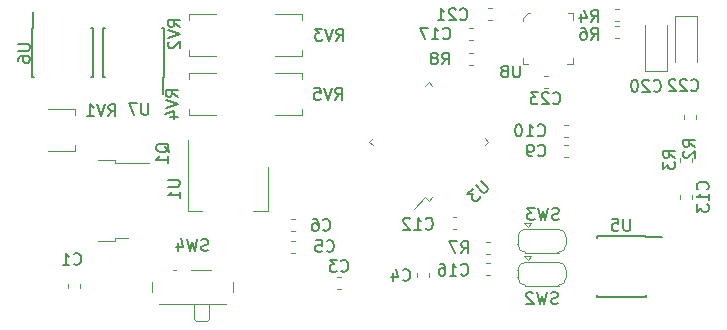
<source format=gbr>
G04 #@! TF.GenerationSoftware,KiCad,Pcbnew,5.1.0*
G04 #@! TF.CreationDate,2019-04-01T22:05:57-06:00*
G04 #@! TF.ProjectId,minisumo-FreeRTOS,6d696e69-7375-46d6-9f2d-467265655254,rev?*
G04 #@! TF.SameCoordinates,Original*
G04 #@! TF.FileFunction,Legend,Bot*
G04 #@! TF.FilePolarity,Positive*
%FSLAX46Y46*%
G04 Gerber Fmt 4.6, Leading zero omitted, Abs format (unit mm)*
G04 Created by KiCad (PCBNEW 5.1.0) date 2019-04-01 22:05:57*
%MOMM*%
%LPD*%
G04 APERTURE LIST*
%ADD10C,0.120000*%
%ADD11C,0.100000*%
%ADD12C,0.150000*%
G04 APERTURE END LIST*
D10*
X167335000Y-100837779D02*
X167335000Y-100512221D01*
X166315000Y-100837779D02*
X166315000Y-100512221D01*
X160787221Y-86240000D02*
X161112779Y-86240000D01*
X160787221Y-87260000D02*
X161112779Y-87260000D01*
X160799721Y-84740000D02*
X161125279Y-84740000D01*
X160799721Y-85760000D02*
X161125279Y-85760000D01*
X155087779Y-91435000D02*
X154762221Y-91435000D01*
X155087779Y-90415000D02*
X154762221Y-90415000D01*
X167735000Y-85390000D02*
X167735000Y-89300000D01*
X165865000Y-85390000D02*
X167735000Y-85390000D01*
X165865000Y-89300000D02*
X165865000Y-85390000D01*
X150387779Y-85735000D02*
X150062221Y-85735000D01*
X150387779Y-84715000D02*
X150062221Y-84715000D01*
X163315000Y-90060000D02*
X163315000Y-86150000D01*
X165185000Y-90060000D02*
X163315000Y-90060000D01*
X165185000Y-86150000D02*
X165185000Y-90060000D01*
D11*
X152975000Y-89400000D02*
X153375000Y-89400000D01*
X152975000Y-88925000D02*
X152975000Y-89400000D01*
X157225000Y-89400000D02*
X157225000Y-88900000D01*
X156725000Y-89400000D02*
X157225000Y-89400000D01*
X157225000Y-85150000D02*
X156775000Y-85150000D01*
X157225000Y-85750000D02*
X157225000Y-85150000D01*
X153375000Y-85150000D02*
X153600000Y-85150000D01*
X152975000Y-85575000D02*
X153375000Y-85150000D01*
X152975000Y-85800000D02*
X152975000Y-85575000D01*
D10*
X114490000Y-108049721D02*
X114490000Y-108375279D01*
X115510000Y-108049721D02*
X115510000Y-108375279D01*
X137575279Y-107490000D02*
X137249721Y-107490000D01*
X137575279Y-108510000D02*
X137249721Y-108510000D01*
X145010000Y-107462779D02*
X145010000Y-107137221D01*
X143990000Y-107462779D02*
X143990000Y-107137221D01*
X133337221Y-104390000D02*
X133662779Y-104390000D01*
X133337221Y-105410000D02*
X133662779Y-105410000D01*
X133337221Y-103610000D02*
X133662779Y-103610000D01*
X133337221Y-102590000D02*
X133662779Y-102590000D01*
X156437221Y-97310000D02*
X156762779Y-97310000D01*
X156437221Y-96290000D02*
X156762779Y-96290000D01*
X156449721Y-94590000D02*
X156775279Y-94590000D01*
X156449721Y-95610000D02*
X156775279Y-95610000D01*
X147024721Y-102390000D02*
X147350279Y-102390000D01*
X147024721Y-103410000D02*
X147350279Y-103410000D01*
X150162779Y-107310000D02*
X149837221Y-107310000D01*
X150162779Y-106290000D02*
X149837221Y-106290000D01*
X148725279Y-87385000D02*
X148399721Y-87385000D01*
X148725279Y-86365000D02*
X148399721Y-86365000D01*
X116970000Y-97550000D02*
X118470000Y-97550000D01*
X118470000Y-97550000D02*
X118470000Y-97820000D01*
X118470000Y-97820000D02*
X121300000Y-97820000D01*
X116970000Y-104450000D02*
X118470000Y-104450000D01*
X118470000Y-104450000D02*
X118470000Y-104180000D01*
X118470000Y-104180000D02*
X119570000Y-104180000D01*
X166590000Y-94062779D02*
X166590000Y-93737221D01*
X167610000Y-94062779D02*
X167610000Y-93737221D01*
X167335000Y-97374721D02*
X167335000Y-97700279D01*
X166315000Y-97374721D02*
X166315000Y-97700279D01*
X149837221Y-104490000D02*
X150162779Y-104490000D01*
X149837221Y-105510000D02*
X150162779Y-105510000D01*
X148762779Y-88490000D02*
X148437221Y-88490000D01*
X148762779Y-89510000D02*
X148437221Y-89510000D01*
X123600000Y-106880000D02*
X123400000Y-106880000D01*
X126400000Y-111020000D02*
X126200000Y-111230000D01*
X125100000Y-111020000D02*
X125300000Y-111230000D01*
X126400000Y-109730000D02*
X126400000Y-111020000D01*
X126200000Y-111230000D02*
X125300000Y-111230000D01*
X125100000Y-111020000D02*
X125100000Y-109730000D01*
X127850000Y-109730000D02*
X122150000Y-109730000D01*
X126600000Y-106880000D02*
X124900000Y-106880000D01*
X128450000Y-107930000D02*
X128450000Y-108720000D01*
X121550000Y-108720000D02*
X121550000Y-107930000D01*
X131410000Y-101910000D02*
X130150000Y-101910000D01*
X124590000Y-101910000D02*
X125850000Y-101910000D01*
X131410000Y-98150000D02*
X131410000Y-101910000D01*
X124590000Y-95900000D02*
X124590000Y-101910000D01*
X150034600Y-96000000D02*
X149737615Y-95703015D01*
X145000000Y-90965400D02*
X145296985Y-91262385D01*
X139965400Y-96000000D02*
X140262385Y-96296985D01*
X145000000Y-101034600D02*
X145296985Y-100737615D01*
X145000000Y-90965400D02*
X144703015Y-91262385D01*
X150034600Y-96000000D02*
X149737615Y-96296985D01*
X144703015Y-100737615D02*
X143727208Y-101713423D01*
X145000000Y-101034600D02*
X144703015Y-100737615D01*
X139965400Y-96000000D02*
X140262385Y-95703015D01*
D12*
X163375000Y-104020000D02*
X163375000Y-104070000D01*
X159225000Y-104020000D02*
X159225000Y-104165000D01*
X159225000Y-109170000D02*
X159225000Y-109025000D01*
X163375000Y-109170000D02*
X163375000Y-109025000D01*
X163375000Y-104020000D02*
X159225000Y-104020000D01*
X163375000Y-109170000D02*
X159225000Y-109170000D01*
X163375000Y-104070000D02*
X164775000Y-104070000D01*
D10*
X153400000Y-106000000D02*
X153700000Y-105700000D01*
X153100000Y-105700000D02*
X153700000Y-105700000D01*
X153400000Y-106000000D02*
X153100000Y-105700000D01*
X152550000Y-106900000D02*
X152550000Y-107500000D01*
X156000000Y-106200000D02*
X153200000Y-106200000D01*
X156650000Y-107500000D02*
X156650000Y-106900000D01*
X153200000Y-108200000D02*
X156000000Y-108200000D01*
X155950000Y-108200000D02*
G75*
G03X156650000Y-107500000I0J700000D01*
G01*
X156650000Y-106900000D02*
G75*
G03X155950000Y-106200000I-700000J0D01*
G01*
X153250000Y-106200000D02*
G75*
G03X152550000Y-106900000I0J-700000D01*
G01*
X152550000Y-107500000D02*
G75*
G03X153250000Y-108200000I700000J0D01*
G01*
X152550000Y-104700000D02*
G75*
G03X153250000Y-105400000I700000J0D01*
G01*
X153250000Y-103400000D02*
G75*
G03X152550000Y-104100000I0J-700000D01*
G01*
X156650000Y-104100000D02*
G75*
G03X155950000Y-103400000I-700000J0D01*
G01*
X155950000Y-105400000D02*
G75*
G03X156650000Y-104700000I0J700000D01*
G01*
X153200000Y-105400000D02*
X156000000Y-105400000D01*
X156650000Y-104700000D02*
X156650000Y-104100000D01*
X156000000Y-103400000D02*
X153200000Y-103400000D01*
X152550000Y-104100000D02*
X152550000Y-104700000D01*
X153400000Y-103200000D02*
X153100000Y-102900000D01*
X153100000Y-102900000D02*
X153700000Y-102900000D01*
X153400000Y-103200000D02*
X153700000Y-102900000D01*
X115050000Y-93220000D02*
X112770000Y-93220000D01*
X115050000Y-93730000D02*
X115050000Y-93220000D01*
X115050000Y-96780000D02*
X115050000Y-96270000D01*
X112770000Y-96780000D02*
X115050000Y-96780000D01*
X124750000Y-88780000D02*
X127030000Y-88780000D01*
X124750000Y-88270000D02*
X124750000Y-88780000D01*
X124750000Y-85220000D02*
X124750000Y-85730000D01*
X127030000Y-85220000D02*
X124750000Y-85220000D01*
X134250000Y-85220000D02*
X131970000Y-85220000D01*
X134250000Y-85730000D02*
X134250000Y-85220000D01*
X134250000Y-88780000D02*
X134250000Y-88270000D01*
X131970000Y-88780000D02*
X134250000Y-88780000D01*
X127030000Y-90220000D02*
X124750000Y-90220000D01*
X124750000Y-90220000D02*
X124750000Y-90730000D01*
X124750000Y-93270000D02*
X124750000Y-93780000D01*
X124750000Y-93780000D02*
X127030000Y-93780000D01*
X131970000Y-93780000D02*
X134250000Y-93780000D01*
X134250000Y-93780000D02*
X134250000Y-93270000D01*
X134250000Y-90730000D02*
X134250000Y-90220000D01*
X134250000Y-90220000D02*
X131970000Y-90220000D01*
D12*
X111475000Y-86425000D02*
X111475000Y-85025000D01*
X116575000Y-86425000D02*
X116575000Y-90575000D01*
X111425000Y-86425000D02*
X111425000Y-90575000D01*
X116575000Y-86425000D02*
X116430000Y-86425000D01*
X116575000Y-90575000D02*
X116430000Y-90575000D01*
X111425000Y-90575000D02*
X111570000Y-90575000D01*
X111425000Y-86425000D02*
X111475000Y-86425000D01*
X122575000Y-90575000D02*
X122525000Y-90575000D01*
X122575000Y-86425000D02*
X122430000Y-86425000D01*
X117425000Y-86425000D02*
X117570000Y-86425000D01*
X117425000Y-90575000D02*
X117570000Y-90575000D01*
X122575000Y-90575000D02*
X122575000Y-86425000D01*
X117425000Y-90575000D02*
X117425000Y-86425000D01*
X122525000Y-90575000D02*
X122525000Y-91975000D01*
X168612142Y-100032142D02*
X168659761Y-99984523D01*
X168707380Y-99841666D01*
X168707380Y-99746428D01*
X168659761Y-99603571D01*
X168564523Y-99508333D01*
X168469285Y-99460714D01*
X168278809Y-99413095D01*
X168135952Y-99413095D01*
X167945476Y-99460714D01*
X167850238Y-99508333D01*
X167755000Y-99603571D01*
X167707380Y-99746428D01*
X167707380Y-99841666D01*
X167755000Y-99984523D01*
X167802619Y-100032142D01*
X168707380Y-100984523D02*
X168707380Y-100413095D01*
X168707380Y-100698809D02*
X167707380Y-100698809D01*
X167850238Y-100603571D01*
X167945476Y-100508333D01*
X167993095Y-100413095D01*
X167707380Y-101317857D02*
X167707380Y-101936904D01*
X168088333Y-101603571D01*
X168088333Y-101746428D01*
X168135952Y-101841666D01*
X168183571Y-101889285D01*
X168278809Y-101936904D01*
X168516904Y-101936904D01*
X168612142Y-101889285D01*
X168659761Y-101841666D01*
X168707380Y-101746428D01*
X168707380Y-101460714D01*
X168659761Y-101365476D01*
X168612142Y-101317857D01*
X158766666Y-87377380D02*
X159100000Y-86901190D01*
X159338095Y-87377380D02*
X159338095Y-86377380D01*
X158957142Y-86377380D01*
X158861904Y-86425000D01*
X158814285Y-86472619D01*
X158766666Y-86567857D01*
X158766666Y-86710714D01*
X158814285Y-86805952D01*
X158861904Y-86853571D01*
X158957142Y-86901190D01*
X159338095Y-86901190D01*
X157909523Y-86377380D02*
X158100000Y-86377380D01*
X158195238Y-86425000D01*
X158242857Y-86472619D01*
X158338095Y-86615476D01*
X158385714Y-86805952D01*
X158385714Y-87186904D01*
X158338095Y-87282142D01*
X158290476Y-87329761D01*
X158195238Y-87377380D01*
X158004761Y-87377380D01*
X157909523Y-87329761D01*
X157861904Y-87282142D01*
X157814285Y-87186904D01*
X157814285Y-86948809D01*
X157861904Y-86853571D01*
X157909523Y-86805952D01*
X158004761Y-86758333D01*
X158195238Y-86758333D01*
X158290476Y-86805952D01*
X158338095Y-86853571D01*
X158385714Y-86948809D01*
X158766666Y-85877380D02*
X159100000Y-85401190D01*
X159338095Y-85877380D02*
X159338095Y-84877380D01*
X158957142Y-84877380D01*
X158861904Y-84925000D01*
X158814285Y-84972619D01*
X158766666Y-85067857D01*
X158766666Y-85210714D01*
X158814285Y-85305952D01*
X158861904Y-85353571D01*
X158957142Y-85401190D01*
X159338095Y-85401190D01*
X157909523Y-85210714D02*
X157909523Y-85877380D01*
X158147619Y-84829761D02*
X158385714Y-85544047D01*
X157766666Y-85544047D01*
X155542857Y-92732142D02*
X155590476Y-92779761D01*
X155733333Y-92827380D01*
X155828571Y-92827380D01*
X155971428Y-92779761D01*
X156066666Y-92684523D01*
X156114285Y-92589285D01*
X156161904Y-92398809D01*
X156161904Y-92255952D01*
X156114285Y-92065476D01*
X156066666Y-91970238D01*
X155971428Y-91875000D01*
X155828571Y-91827380D01*
X155733333Y-91827380D01*
X155590476Y-91875000D01*
X155542857Y-91922619D01*
X155161904Y-91922619D02*
X155114285Y-91875000D01*
X155019047Y-91827380D01*
X154780952Y-91827380D01*
X154685714Y-91875000D01*
X154638095Y-91922619D01*
X154590476Y-92017857D01*
X154590476Y-92113095D01*
X154638095Y-92255952D01*
X155209523Y-92827380D01*
X154590476Y-92827380D01*
X154257142Y-91827380D02*
X153638095Y-91827380D01*
X153971428Y-92208333D01*
X153828571Y-92208333D01*
X153733333Y-92255952D01*
X153685714Y-92303571D01*
X153638095Y-92398809D01*
X153638095Y-92636904D01*
X153685714Y-92732142D01*
X153733333Y-92779761D01*
X153828571Y-92827380D01*
X154114285Y-92827380D01*
X154209523Y-92779761D01*
X154257142Y-92732142D01*
X167217857Y-91632142D02*
X167265476Y-91679761D01*
X167408333Y-91727380D01*
X167503571Y-91727380D01*
X167646428Y-91679761D01*
X167741666Y-91584523D01*
X167789285Y-91489285D01*
X167836904Y-91298809D01*
X167836904Y-91155952D01*
X167789285Y-90965476D01*
X167741666Y-90870238D01*
X167646428Y-90775000D01*
X167503571Y-90727380D01*
X167408333Y-90727380D01*
X167265476Y-90775000D01*
X167217857Y-90822619D01*
X166836904Y-90822619D02*
X166789285Y-90775000D01*
X166694047Y-90727380D01*
X166455952Y-90727380D01*
X166360714Y-90775000D01*
X166313095Y-90822619D01*
X166265476Y-90917857D01*
X166265476Y-91013095D01*
X166313095Y-91155952D01*
X166884523Y-91727380D01*
X166265476Y-91727380D01*
X165884523Y-90822619D02*
X165836904Y-90775000D01*
X165741666Y-90727380D01*
X165503571Y-90727380D01*
X165408333Y-90775000D01*
X165360714Y-90822619D01*
X165313095Y-90917857D01*
X165313095Y-91013095D01*
X165360714Y-91155952D01*
X165932142Y-91727380D01*
X165313095Y-91727380D01*
X147667857Y-85632142D02*
X147715476Y-85679761D01*
X147858333Y-85727380D01*
X147953571Y-85727380D01*
X148096428Y-85679761D01*
X148191666Y-85584523D01*
X148239285Y-85489285D01*
X148286904Y-85298809D01*
X148286904Y-85155952D01*
X148239285Y-84965476D01*
X148191666Y-84870238D01*
X148096428Y-84775000D01*
X147953571Y-84727380D01*
X147858333Y-84727380D01*
X147715476Y-84775000D01*
X147667857Y-84822619D01*
X147286904Y-84822619D02*
X147239285Y-84775000D01*
X147144047Y-84727380D01*
X146905952Y-84727380D01*
X146810714Y-84775000D01*
X146763095Y-84822619D01*
X146715476Y-84917857D01*
X146715476Y-85013095D01*
X146763095Y-85155952D01*
X147334523Y-85727380D01*
X146715476Y-85727380D01*
X145763095Y-85727380D02*
X146334523Y-85727380D01*
X146048809Y-85727380D02*
X146048809Y-84727380D01*
X146144047Y-84870238D01*
X146239285Y-84965476D01*
X146334523Y-85013095D01*
X164042857Y-91682142D02*
X164090476Y-91729761D01*
X164233333Y-91777380D01*
X164328571Y-91777380D01*
X164471428Y-91729761D01*
X164566666Y-91634523D01*
X164614285Y-91539285D01*
X164661904Y-91348809D01*
X164661904Y-91205952D01*
X164614285Y-91015476D01*
X164566666Y-90920238D01*
X164471428Y-90825000D01*
X164328571Y-90777380D01*
X164233333Y-90777380D01*
X164090476Y-90825000D01*
X164042857Y-90872619D01*
X163661904Y-90872619D02*
X163614285Y-90825000D01*
X163519047Y-90777380D01*
X163280952Y-90777380D01*
X163185714Y-90825000D01*
X163138095Y-90872619D01*
X163090476Y-90967857D01*
X163090476Y-91063095D01*
X163138095Y-91205952D01*
X163709523Y-91777380D01*
X163090476Y-91777380D01*
X162471428Y-90777380D02*
X162376190Y-90777380D01*
X162280952Y-90825000D01*
X162233333Y-90872619D01*
X162185714Y-90967857D01*
X162138095Y-91158333D01*
X162138095Y-91396428D01*
X162185714Y-91586904D01*
X162233333Y-91682142D01*
X162280952Y-91729761D01*
X162376190Y-91777380D01*
X162471428Y-91777380D01*
X162566666Y-91729761D01*
X162614285Y-91682142D01*
X162661904Y-91586904D01*
X162709523Y-91396428D01*
X162709523Y-91158333D01*
X162661904Y-90967857D01*
X162614285Y-90872619D01*
X162566666Y-90825000D01*
X162471428Y-90777380D01*
X152736904Y-89577380D02*
X152736904Y-90386904D01*
X152689285Y-90482142D01*
X152641666Y-90529761D01*
X152546428Y-90577380D01*
X152355952Y-90577380D01*
X152260714Y-90529761D01*
X152213095Y-90482142D01*
X152165476Y-90386904D01*
X152165476Y-89577380D01*
X151546428Y-90005952D02*
X151641666Y-89958333D01*
X151689285Y-89910714D01*
X151736904Y-89815476D01*
X151736904Y-89767857D01*
X151689285Y-89672619D01*
X151641666Y-89625000D01*
X151546428Y-89577380D01*
X151355952Y-89577380D01*
X151260714Y-89625000D01*
X151213095Y-89672619D01*
X151165476Y-89767857D01*
X151165476Y-89815476D01*
X151213095Y-89910714D01*
X151260714Y-89958333D01*
X151355952Y-90005952D01*
X151546428Y-90005952D01*
X151641666Y-90053571D01*
X151689285Y-90101190D01*
X151736904Y-90196428D01*
X151736904Y-90386904D01*
X151689285Y-90482142D01*
X151641666Y-90529761D01*
X151546428Y-90577380D01*
X151355952Y-90577380D01*
X151260714Y-90529761D01*
X151213095Y-90482142D01*
X151165476Y-90386904D01*
X151165476Y-90196428D01*
X151213095Y-90101190D01*
X151260714Y-90053571D01*
X151355952Y-90005952D01*
X114966666Y-106357142D02*
X115014285Y-106404761D01*
X115157142Y-106452380D01*
X115252380Y-106452380D01*
X115395238Y-106404761D01*
X115490476Y-106309523D01*
X115538095Y-106214285D01*
X115585714Y-106023809D01*
X115585714Y-105880952D01*
X115538095Y-105690476D01*
X115490476Y-105595238D01*
X115395238Y-105500000D01*
X115252380Y-105452380D01*
X115157142Y-105452380D01*
X115014285Y-105500000D01*
X114966666Y-105547619D01*
X114014285Y-106452380D02*
X114585714Y-106452380D01*
X114300000Y-106452380D02*
X114300000Y-105452380D01*
X114395238Y-105595238D01*
X114490476Y-105690476D01*
X114585714Y-105738095D01*
X137579166Y-106927142D02*
X137626785Y-106974761D01*
X137769642Y-107022380D01*
X137864880Y-107022380D01*
X138007738Y-106974761D01*
X138102976Y-106879523D01*
X138150595Y-106784285D01*
X138198214Y-106593809D01*
X138198214Y-106450952D01*
X138150595Y-106260476D01*
X138102976Y-106165238D01*
X138007738Y-106070000D01*
X137864880Y-106022380D01*
X137769642Y-106022380D01*
X137626785Y-106070000D01*
X137579166Y-106117619D01*
X137245833Y-106022380D02*
X136626785Y-106022380D01*
X136960119Y-106403333D01*
X136817261Y-106403333D01*
X136722023Y-106450952D01*
X136674404Y-106498571D01*
X136626785Y-106593809D01*
X136626785Y-106831904D01*
X136674404Y-106927142D01*
X136722023Y-106974761D01*
X136817261Y-107022380D01*
X137102976Y-107022380D01*
X137198214Y-106974761D01*
X137245833Y-106927142D01*
X142816666Y-107707142D02*
X142864285Y-107754761D01*
X143007142Y-107802380D01*
X143102380Y-107802380D01*
X143245238Y-107754761D01*
X143340476Y-107659523D01*
X143388095Y-107564285D01*
X143435714Y-107373809D01*
X143435714Y-107230952D01*
X143388095Y-107040476D01*
X143340476Y-106945238D01*
X143245238Y-106850000D01*
X143102380Y-106802380D01*
X143007142Y-106802380D01*
X142864285Y-106850000D01*
X142816666Y-106897619D01*
X141959523Y-107135714D02*
X141959523Y-107802380D01*
X142197619Y-106754761D02*
X142435714Y-107469047D01*
X141816666Y-107469047D01*
X136366666Y-105257142D02*
X136414285Y-105304761D01*
X136557142Y-105352380D01*
X136652380Y-105352380D01*
X136795238Y-105304761D01*
X136890476Y-105209523D01*
X136938095Y-105114285D01*
X136985714Y-104923809D01*
X136985714Y-104780952D01*
X136938095Y-104590476D01*
X136890476Y-104495238D01*
X136795238Y-104400000D01*
X136652380Y-104352380D01*
X136557142Y-104352380D01*
X136414285Y-104400000D01*
X136366666Y-104447619D01*
X135461904Y-104352380D02*
X135938095Y-104352380D01*
X135985714Y-104828571D01*
X135938095Y-104780952D01*
X135842857Y-104733333D01*
X135604761Y-104733333D01*
X135509523Y-104780952D01*
X135461904Y-104828571D01*
X135414285Y-104923809D01*
X135414285Y-105161904D01*
X135461904Y-105257142D01*
X135509523Y-105304761D01*
X135604761Y-105352380D01*
X135842857Y-105352380D01*
X135938095Y-105304761D01*
X135985714Y-105257142D01*
X136066666Y-103457142D02*
X136114285Y-103504761D01*
X136257142Y-103552380D01*
X136352380Y-103552380D01*
X136495238Y-103504761D01*
X136590476Y-103409523D01*
X136638095Y-103314285D01*
X136685714Y-103123809D01*
X136685714Y-102980952D01*
X136638095Y-102790476D01*
X136590476Y-102695238D01*
X136495238Y-102600000D01*
X136352380Y-102552380D01*
X136257142Y-102552380D01*
X136114285Y-102600000D01*
X136066666Y-102647619D01*
X135209523Y-102552380D02*
X135400000Y-102552380D01*
X135495238Y-102600000D01*
X135542857Y-102647619D01*
X135638095Y-102790476D01*
X135685714Y-102980952D01*
X135685714Y-103361904D01*
X135638095Y-103457142D01*
X135590476Y-103504761D01*
X135495238Y-103552380D01*
X135304761Y-103552380D01*
X135209523Y-103504761D01*
X135161904Y-103457142D01*
X135114285Y-103361904D01*
X135114285Y-103123809D01*
X135161904Y-103028571D01*
X135209523Y-102980952D01*
X135304761Y-102933333D01*
X135495238Y-102933333D01*
X135590476Y-102980952D01*
X135638095Y-103028571D01*
X135685714Y-103123809D01*
X154266666Y-97157142D02*
X154314285Y-97204761D01*
X154457142Y-97252380D01*
X154552380Y-97252380D01*
X154695238Y-97204761D01*
X154790476Y-97109523D01*
X154838095Y-97014285D01*
X154885714Y-96823809D01*
X154885714Y-96680952D01*
X154838095Y-96490476D01*
X154790476Y-96395238D01*
X154695238Y-96300000D01*
X154552380Y-96252380D01*
X154457142Y-96252380D01*
X154314285Y-96300000D01*
X154266666Y-96347619D01*
X153790476Y-97252380D02*
X153600000Y-97252380D01*
X153504761Y-97204761D01*
X153457142Y-97157142D01*
X153361904Y-97014285D01*
X153314285Y-96823809D01*
X153314285Y-96442857D01*
X153361904Y-96347619D01*
X153409523Y-96300000D01*
X153504761Y-96252380D01*
X153695238Y-96252380D01*
X153790476Y-96300000D01*
X153838095Y-96347619D01*
X153885714Y-96442857D01*
X153885714Y-96680952D01*
X153838095Y-96776190D01*
X153790476Y-96823809D01*
X153695238Y-96871428D01*
X153504761Y-96871428D01*
X153409523Y-96823809D01*
X153361904Y-96776190D01*
X153314285Y-96680952D01*
X154242857Y-95457142D02*
X154290476Y-95504761D01*
X154433333Y-95552380D01*
X154528571Y-95552380D01*
X154671428Y-95504761D01*
X154766666Y-95409523D01*
X154814285Y-95314285D01*
X154861904Y-95123809D01*
X154861904Y-94980952D01*
X154814285Y-94790476D01*
X154766666Y-94695238D01*
X154671428Y-94600000D01*
X154528571Y-94552380D01*
X154433333Y-94552380D01*
X154290476Y-94600000D01*
X154242857Y-94647619D01*
X153290476Y-95552380D02*
X153861904Y-95552380D01*
X153576190Y-95552380D02*
X153576190Y-94552380D01*
X153671428Y-94695238D01*
X153766666Y-94790476D01*
X153861904Y-94838095D01*
X152671428Y-94552380D02*
X152576190Y-94552380D01*
X152480952Y-94600000D01*
X152433333Y-94647619D01*
X152385714Y-94742857D01*
X152338095Y-94933333D01*
X152338095Y-95171428D01*
X152385714Y-95361904D01*
X152433333Y-95457142D01*
X152480952Y-95504761D01*
X152576190Y-95552380D01*
X152671428Y-95552380D01*
X152766666Y-95504761D01*
X152814285Y-95457142D01*
X152861904Y-95361904D01*
X152909523Y-95171428D01*
X152909523Y-94933333D01*
X152861904Y-94742857D01*
X152814285Y-94647619D01*
X152766666Y-94600000D01*
X152671428Y-94552380D01*
X144742857Y-103357142D02*
X144790476Y-103404761D01*
X144933333Y-103452380D01*
X145028571Y-103452380D01*
X145171428Y-103404761D01*
X145266666Y-103309523D01*
X145314285Y-103214285D01*
X145361904Y-103023809D01*
X145361904Y-102880952D01*
X145314285Y-102690476D01*
X145266666Y-102595238D01*
X145171428Y-102500000D01*
X145028571Y-102452380D01*
X144933333Y-102452380D01*
X144790476Y-102500000D01*
X144742857Y-102547619D01*
X143790476Y-103452380D02*
X144361904Y-103452380D01*
X144076190Y-103452380D02*
X144076190Y-102452380D01*
X144171428Y-102595238D01*
X144266666Y-102690476D01*
X144361904Y-102738095D01*
X143409523Y-102547619D02*
X143361904Y-102500000D01*
X143266666Y-102452380D01*
X143028571Y-102452380D01*
X142933333Y-102500000D01*
X142885714Y-102547619D01*
X142838095Y-102642857D01*
X142838095Y-102738095D01*
X142885714Y-102880952D01*
X143457142Y-103452380D01*
X142838095Y-103452380D01*
X147742857Y-107257142D02*
X147790476Y-107304761D01*
X147933333Y-107352380D01*
X148028571Y-107352380D01*
X148171428Y-107304761D01*
X148266666Y-107209523D01*
X148314285Y-107114285D01*
X148361904Y-106923809D01*
X148361904Y-106780952D01*
X148314285Y-106590476D01*
X148266666Y-106495238D01*
X148171428Y-106400000D01*
X148028571Y-106352380D01*
X147933333Y-106352380D01*
X147790476Y-106400000D01*
X147742857Y-106447619D01*
X146790476Y-107352380D02*
X147361904Y-107352380D01*
X147076190Y-107352380D02*
X147076190Y-106352380D01*
X147171428Y-106495238D01*
X147266666Y-106590476D01*
X147361904Y-106638095D01*
X145933333Y-106352380D02*
X146123809Y-106352380D01*
X146219047Y-106400000D01*
X146266666Y-106447619D01*
X146361904Y-106590476D01*
X146409523Y-106780952D01*
X146409523Y-107161904D01*
X146361904Y-107257142D01*
X146314285Y-107304761D01*
X146219047Y-107352380D01*
X146028571Y-107352380D01*
X145933333Y-107304761D01*
X145885714Y-107257142D01*
X145838095Y-107161904D01*
X145838095Y-106923809D01*
X145885714Y-106828571D01*
X145933333Y-106780952D01*
X146028571Y-106733333D01*
X146219047Y-106733333D01*
X146314285Y-106780952D01*
X146361904Y-106828571D01*
X146409523Y-106923809D01*
X146217857Y-87257142D02*
X146265476Y-87304761D01*
X146408333Y-87352380D01*
X146503571Y-87352380D01*
X146646428Y-87304761D01*
X146741666Y-87209523D01*
X146789285Y-87114285D01*
X146836904Y-86923809D01*
X146836904Y-86780952D01*
X146789285Y-86590476D01*
X146741666Y-86495238D01*
X146646428Y-86400000D01*
X146503571Y-86352380D01*
X146408333Y-86352380D01*
X146265476Y-86400000D01*
X146217857Y-86447619D01*
X145265476Y-87352380D02*
X145836904Y-87352380D01*
X145551190Y-87352380D02*
X145551190Y-86352380D01*
X145646428Y-86495238D01*
X145741666Y-86590476D01*
X145836904Y-86638095D01*
X144932142Y-86352380D02*
X144265476Y-86352380D01*
X144694047Y-87352380D01*
X123047619Y-96904761D02*
X123000000Y-96809523D01*
X122904761Y-96714285D01*
X122761904Y-96571428D01*
X122714285Y-96476190D01*
X122714285Y-96380952D01*
X122952380Y-96428571D02*
X122904761Y-96333333D01*
X122809523Y-96238095D01*
X122619047Y-96190476D01*
X122285714Y-96190476D01*
X122095238Y-96238095D01*
X122000000Y-96333333D01*
X121952380Y-96428571D01*
X121952380Y-96619047D01*
X122000000Y-96714285D01*
X122095238Y-96809523D01*
X122285714Y-96857142D01*
X122619047Y-96857142D01*
X122809523Y-96809523D01*
X122904761Y-96714285D01*
X122952380Y-96619047D01*
X122952380Y-96428571D01*
X122952380Y-97809523D02*
X122952380Y-97238095D01*
X122952380Y-97523809D02*
X121952380Y-97523809D01*
X122095238Y-97428571D01*
X122190476Y-97333333D01*
X122238095Y-97238095D01*
X167552380Y-96433333D02*
X167076190Y-96100000D01*
X167552380Y-95861904D02*
X166552380Y-95861904D01*
X166552380Y-96242857D01*
X166600000Y-96338095D01*
X166647619Y-96385714D01*
X166742857Y-96433333D01*
X166885714Y-96433333D01*
X166980952Y-96385714D01*
X167028571Y-96338095D01*
X167076190Y-96242857D01*
X167076190Y-95861904D01*
X166647619Y-96814285D02*
X166600000Y-96861904D01*
X166552380Y-96957142D01*
X166552380Y-97195238D01*
X166600000Y-97290476D01*
X166647619Y-97338095D01*
X166742857Y-97385714D01*
X166838095Y-97385714D01*
X166980952Y-97338095D01*
X167552380Y-96766666D01*
X167552380Y-97385714D01*
X165847380Y-97370833D02*
X165371190Y-97037500D01*
X165847380Y-96799404D02*
X164847380Y-96799404D01*
X164847380Y-97180357D01*
X164895000Y-97275595D01*
X164942619Y-97323214D01*
X165037857Y-97370833D01*
X165180714Y-97370833D01*
X165275952Y-97323214D01*
X165323571Y-97275595D01*
X165371190Y-97180357D01*
X165371190Y-96799404D01*
X164847380Y-97704166D02*
X164847380Y-98323214D01*
X165228333Y-97989880D01*
X165228333Y-98132738D01*
X165275952Y-98227976D01*
X165323571Y-98275595D01*
X165418809Y-98323214D01*
X165656904Y-98323214D01*
X165752142Y-98275595D01*
X165799761Y-98227976D01*
X165847380Y-98132738D01*
X165847380Y-97847023D01*
X165799761Y-97751785D01*
X165752142Y-97704166D01*
X147766666Y-105452380D02*
X148100000Y-104976190D01*
X148338095Y-105452380D02*
X148338095Y-104452380D01*
X147957142Y-104452380D01*
X147861904Y-104500000D01*
X147814285Y-104547619D01*
X147766666Y-104642857D01*
X147766666Y-104785714D01*
X147814285Y-104880952D01*
X147861904Y-104928571D01*
X147957142Y-104976190D01*
X148338095Y-104976190D01*
X147433333Y-104452380D02*
X146766666Y-104452380D01*
X147195238Y-105452380D01*
X146141666Y-89477380D02*
X146475000Y-89001190D01*
X146713095Y-89477380D02*
X146713095Y-88477380D01*
X146332142Y-88477380D01*
X146236904Y-88525000D01*
X146189285Y-88572619D01*
X146141666Y-88667857D01*
X146141666Y-88810714D01*
X146189285Y-88905952D01*
X146236904Y-88953571D01*
X146332142Y-89001190D01*
X146713095Y-89001190D01*
X145570238Y-88905952D02*
X145665476Y-88858333D01*
X145713095Y-88810714D01*
X145760714Y-88715476D01*
X145760714Y-88667857D01*
X145713095Y-88572619D01*
X145665476Y-88525000D01*
X145570238Y-88477380D01*
X145379761Y-88477380D01*
X145284523Y-88525000D01*
X145236904Y-88572619D01*
X145189285Y-88667857D01*
X145189285Y-88715476D01*
X145236904Y-88810714D01*
X145284523Y-88858333D01*
X145379761Y-88905952D01*
X145570238Y-88905952D01*
X145665476Y-88953571D01*
X145713095Y-89001190D01*
X145760714Y-89096428D01*
X145760714Y-89286904D01*
X145713095Y-89382142D01*
X145665476Y-89429761D01*
X145570238Y-89477380D01*
X145379761Y-89477380D01*
X145284523Y-89429761D01*
X145236904Y-89382142D01*
X145189285Y-89286904D01*
X145189285Y-89096428D01*
X145236904Y-89001190D01*
X145284523Y-88953571D01*
X145379761Y-88905952D01*
X126333333Y-105204761D02*
X126190476Y-105252380D01*
X125952380Y-105252380D01*
X125857142Y-105204761D01*
X125809523Y-105157142D01*
X125761904Y-105061904D01*
X125761904Y-104966666D01*
X125809523Y-104871428D01*
X125857142Y-104823809D01*
X125952380Y-104776190D01*
X126142857Y-104728571D01*
X126238095Y-104680952D01*
X126285714Y-104633333D01*
X126333333Y-104538095D01*
X126333333Y-104442857D01*
X126285714Y-104347619D01*
X126238095Y-104300000D01*
X126142857Y-104252380D01*
X125904761Y-104252380D01*
X125761904Y-104300000D01*
X125428571Y-104252380D02*
X125190476Y-105252380D01*
X125000000Y-104538095D01*
X124809523Y-105252380D01*
X124571428Y-104252380D01*
X123761904Y-104585714D02*
X123761904Y-105252380D01*
X124000000Y-104204761D02*
X124238095Y-104919047D01*
X123619047Y-104919047D01*
X122952380Y-99238095D02*
X123761904Y-99238095D01*
X123857142Y-99285714D01*
X123904761Y-99333333D01*
X123952380Y-99428571D01*
X123952380Y-99619047D01*
X123904761Y-99714285D01*
X123857142Y-99761904D01*
X123761904Y-99809523D01*
X122952380Y-99809523D01*
X123952380Y-100809523D02*
X123952380Y-100238095D01*
X123952380Y-100523809D02*
X122952380Y-100523809D01*
X123095238Y-100428571D01*
X123190476Y-100333333D01*
X123238095Y-100238095D01*
X149394163Y-99316667D02*
X149966583Y-99889087D01*
X150000255Y-99990102D01*
X150000255Y-100057446D01*
X149966583Y-100158461D01*
X149831896Y-100293148D01*
X149730881Y-100326820D01*
X149663537Y-100326820D01*
X149562522Y-100293148D01*
X148990102Y-99720728D01*
X148720728Y-99990102D02*
X148282996Y-100427835D01*
X148788072Y-100461507D01*
X148687057Y-100562522D01*
X148653385Y-100663537D01*
X148653385Y-100730881D01*
X148687057Y-100831896D01*
X148855415Y-101000255D01*
X148956431Y-101033927D01*
X149023774Y-101033927D01*
X149124789Y-101000255D01*
X149326820Y-100798224D01*
X149360492Y-100697209D01*
X149360492Y-100629866D01*
X162061904Y-102547380D02*
X162061904Y-103356904D01*
X162014285Y-103452142D01*
X161966666Y-103499761D01*
X161871428Y-103547380D01*
X161680952Y-103547380D01*
X161585714Y-103499761D01*
X161538095Y-103452142D01*
X161490476Y-103356904D01*
X161490476Y-102547380D01*
X160538095Y-102547380D02*
X161014285Y-102547380D01*
X161061904Y-103023571D01*
X161014285Y-102975952D01*
X160919047Y-102928333D01*
X160680952Y-102928333D01*
X160585714Y-102975952D01*
X160538095Y-103023571D01*
X160490476Y-103118809D01*
X160490476Y-103356904D01*
X160538095Y-103452142D01*
X160585714Y-103499761D01*
X160680952Y-103547380D01*
X160919047Y-103547380D01*
X161014285Y-103499761D01*
X161061904Y-103452142D01*
X155933333Y-109704761D02*
X155790476Y-109752380D01*
X155552380Y-109752380D01*
X155457142Y-109704761D01*
X155409523Y-109657142D01*
X155361904Y-109561904D01*
X155361904Y-109466666D01*
X155409523Y-109371428D01*
X155457142Y-109323809D01*
X155552380Y-109276190D01*
X155742857Y-109228571D01*
X155838095Y-109180952D01*
X155885714Y-109133333D01*
X155933333Y-109038095D01*
X155933333Y-108942857D01*
X155885714Y-108847619D01*
X155838095Y-108800000D01*
X155742857Y-108752380D01*
X155504761Y-108752380D01*
X155361904Y-108800000D01*
X155028571Y-108752380D02*
X154790476Y-109752380D01*
X154600000Y-109038095D01*
X154409523Y-109752380D01*
X154171428Y-108752380D01*
X153838095Y-108847619D02*
X153790476Y-108800000D01*
X153695238Y-108752380D01*
X153457142Y-108752380D01*
X153361904Y-108800000D01*
X153314285Y-108847619D01*
X153266666Y-108942857D01*
X153266666Y-109038095D01*
X153314285Y-109180952D01*
X153885714Y-109752380D01*
X153266666Y-109752380D01*
X156033333Y-102579761D02*
X155890476Y-102627380D01*
X155652380Y-102627380D01*
X155557142Y-102579761D01*
X155509523Y-102532142D01*
X155461904Y-102436904D01*
X155461904Y-102341666D01*
X155509523Y-102246428D01*
X155557142Y-102198809D01*
X155652380Y-102151190D01*
X155842857Y-102103571D01*
X155938095Y-102055952D01*
X155985714Y-102008333D01*
X156033333Y-101913095D01*
X156033333Y-101817857D01*
X155985714Y-101722619D01*
X155938095Y-101675000D01*
X155842857Y-101627380D01*
X155604761Y-101627380D01*
X155461904Y-101675000D01*
X155128571Y-101627380D02*
X154890476Y-102627380D01*
X154700000Y-101913095D01*
X154509523Y-102627380D01*
X154271428Y-101627380D01*
X153985714Y-101627380D02*
X153366666Y-101627380D01*
X153700000Y-102008333D01*
X153557142Y-102008333D01*
X153461904Y-102055952D01*
X153414285Y-102103571D01*
X153366666Y-102198809D01*
X153366666Y-102436904D01*
X153414285Y-102532142D01*
X153461904Y-102579761D01*
X153557142Y-102627380D01*
X153842857Y-102627380D01*
X153938095Y-102579761D01*
X153985714Y-102532142D01*
X117895238Y-93852380D02*
X118228571Y-93376190D01*
X118466666Y-93852380D02*
X118466666Y-92852380D01*
X118085714Y-92852380D01*
X117990476Y-92900000D01*
X117942857Y-92947619D01*
X117895238Y-93042857D01*
X117895238Y-93185714D01*
X117942857Y-93280952D01*
X117990476Y-93328571D01*
X118085714Y-93376190D01*
X118466666Y-93376190D01*
X117609523Y-92852380D02*
X117276190Y-93852380D01*
X116942857Y-92852380D01*
X116085714Y-93852380D02*
X116657142Y-93852380D01*
X116371428Y-93852380D02*
X116371428Y-92852380D01*
X116466666Y-92995238D01*
X116561904Y-93090476D01*
X116657142Y-93138095D01*
X123952380Y-86304761D02*
X123476190Y-85971428D01*
X123952380Y-85733333D02*
X122952380Y-85733333D01*
X122952380Y-86114285D01*
X123000000Y-86209523D01*
X123047619Y-86257142D01*
X123142857Y-86304761D01*
X123285714Y-86304761D01*
X123380952Y-86257142D01*
X123428571Y-86209523D01*
X123476190Y-86114285D01*
X123476190Y-85733333D01*
X122952380Y-86590476D02*
X123952380Y-86923809D01*
X122952380Y-87257142D01*
X123047619Y-87542857D02*
X123000000Y-87590476D01*
X122952380Y-87685714D01*
X122952380Y-87923809D01*
X123000000Y-88019047D01*
X123047619Y-88066666D01*
X123142857Y-88114285D01*
X123238095Y-88114285D01*
X123380952Y-88066666D01*
X123952380Y-87495238D01*
X123952380Y-88114285D01*
X137195238Y-87452380D02*
X137528571Y-86976190D01*
X137766666Y-87452380D02*
X137766666Y-86452380D01*
X137385714Y-86452380D01*
X137290476Y-86500000D01*
X137242857Y-86547619D01*
X137195238Y-86642857D01*
X137195238Y-86785714D01*
X137242857Y-86880952D01*
X137290476Y-86928571D01*
X137385714Y-86976190D01*
X137766666Y-86976190D01*
X136909523Y-86452380D02*
X136576190Y-87452380D01*
X136242857Y-86452380D01*
X136004761Y-86452380D02*
X135385714Y-86452380D01*
X135719047Y-86833333D01*
X135576190Y-86833333D01*
X135480952Y-86880952D01*
X135433333Y-86928571D01*
X135385714Y-87023809D01*
X135385714Y-87261904D01*
X135433333Y-87357142D01*
X135480952Y-87404761D01*
X135576190Y-87452380D01*
X135861904Y-87452380D01*
X135957142Y-87404761D01*
X136004761Y-87357142D01*
X123752380Y-92204761D02*
X123276190Y-91871428D01*
X123752380Y-91633333D02*
X122752380Y-91633333D01*
X122752380Y-92014285D01*
X122800000Y-92109523D01*
X122847619Y-92157142D01*
X122942857Y-92204761D01*
X123085714Y-92204761D01*
X123180952Y-92157142D01*
X123228571Y-92109523D01*
X123276190Y-92014285D01*
X123276190Y-91633333D01*
X122752380Y-92490476D02*
X123752380Y-92823809D01*
X122752380Y-93157142D01*
X123085714Y-93919047D02*
X123752380Y-93919047D01*
X122704761Y-93680952D02*
X123419047Y-93442857D01*
X123419047Y-94061904D01*
X137095238Y-92452380D02*
X137428571Y-91976190D01*
X137666666Y-92452380D02*
X137666666Y-91452380D01*
X137285714Y-91452380D01*
X137190476Y-91500000D01*
X137142857Y-91547619D01*
X137095238Y-91642857D01*
X137095238Y-91785714D01*
X137142857Y-91880952D01*
X137190476Y-91928571D01*
X137285714Y-91976190D01*
X137666666Y-91976190D01*
X136809523Y-91452380D02*
X136476190Y-92452380D01*
X136142857Y-91452380D01*
X135333333Y-91452380D02*
X135809523Y-91452380D01*
X135857142Y-91928571D01*
X135809523Y-91880952D01*
X135714285Y-91833333D01*
X135476190Y-91833333D01*
X135380952Y-91880952D01*
X135333333Y-91928571D01*
X135285714Y-92023809D01*
X135285714Y-92261904D01*
X135333333Y-92357142D01*
X135380952Y-92404761D01*
X135476190Y-92452380D01*
X135714285Y-92452380D01*
X135809523Y-92404761D01*
X135857142Y-92357142D01*
X110252380Y-87738095D02*
X111061904Y-87738095D01*
X111157142Y-87785714D01*
X111204761Y-87833333D01*
X111252380Y-87928571D01*
X111252380Y-88119047D01*
X111204761Y-88214285D01*
X111157142Y-88261904D01*
X111061904Y-88309523D01*
X110252380Y-88309523D01*
X110252380Y-89214285D02*
X110252380Y-89023809D01*
X110300000Y-88928571D01*
X110347619Y-88880952D01*
X110490476Y-88785714D01*
X110680952Y-88738095D01*
X111061904Y-88738095D01*
X111157142Y-88785714D01*
X111204761Y-88833333D01*
X111252380Y-88928571D01*
X111252380Y-89119047D01*
X111204761Y-89214285D01*
X111157142Y-89261904D01*
X111061904Y-89309523D01*
X110823809Y-89309523D01*
X110728571Y-89261904D01*
X110680952Y-89214285D01*
X110633333Y-89119047D01*
X110633333Y-88928571D01*
X110680952Y-88833333D01*
X110728571Y-88785714D01*
X110823809Y-88738095D01*
X121261904Y-92752380D02*
X121261904Y-93561904D01*
X121214285Y-93657142D01*
X121166666Y-93704761D01*
X121071428Y-93752380D01*
X120880952Y-93752380D01*
X120785714Y-93704761D01*
X120738095Y-93657142D01*
X120690476Y-93561904D01*
X120690476Y-92752380D01*
X120309523Y-92752380D02*
X119642857Y-92752380D01*
X120071428Y-93752380D01*
M02*

</source>
